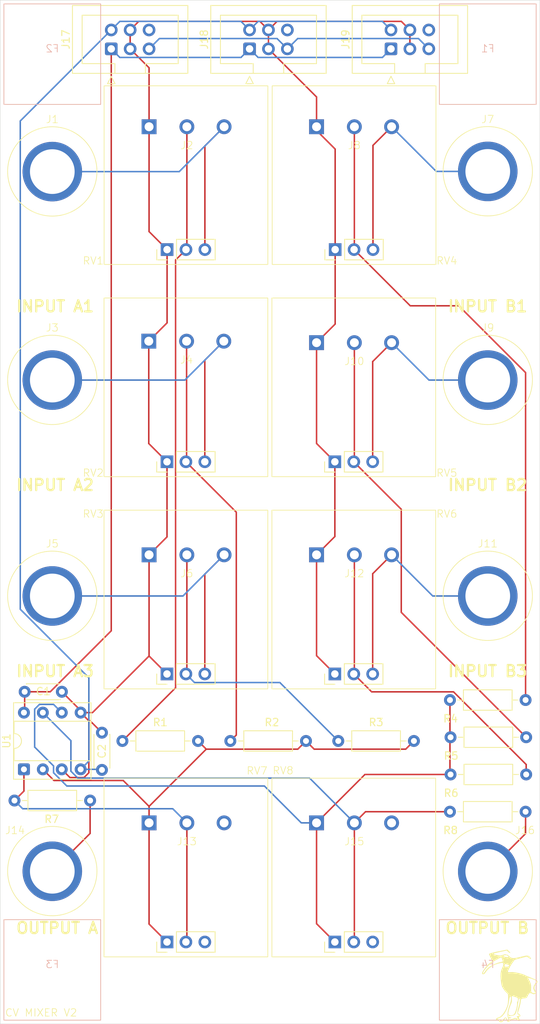
<source format=kicad_pcb>
(kicad_pcb (version 20241229) (generator "pcbnew") (generator_version "9.0")
  (layers (0 "F.Cu" signal) (2 "B.Cu" signal) (13 "F.Paste" user) (15 "B.Paste" user) (5 "F.SilkS" user "F.Silkscreen") (7 "B.SilkS" user "B.Silkscreen") (1 "F.Mask" user) (3 "B.Mask" user) (25 "Edge.Cuts" user))
  (net 0 "")
  (net 1 "Net-(J2-Pin_2)")
  (net 2 "Net-(J4-Pin_2)")
  (net 3 "Net-(J6-Pin_2)")
  (net 4 "Net-(J8-Pin_2)")
  (net 5 "Net-(J10-Pin_2)")
  (net 6 "Net-(J12-Pin_2)")
  (net 7 "Net-(J1-Pin_1)")
  (net 8 "GND")
  (net 9 "Net-(J3-Pin_1)")
  (net 10 "Net-(J5-Pin_1)")
  (net 11 "Net-(J7-Pin_1)")
  (net 12 "Net-(J10-Pin_3)")
  (net 13 "Net-(J11-Pin_1)")
  (net 14 "Net-(J13-Pin_1)")
  (net 15 "Net-(J13-Pin_2)")
  (net 17 "Net-(J14-Pin_1)")
  (net 18 "Net-(J15-Pin_1)")
  (net 19 "Net-(J15-Pin_2)")
  (net 21 "Net-(J16-Pin_1)")
  (net 22 "-12V")
  (net 23 "12V")
  (net 25 "5V")
  (footprint "Connector_IDC:IDC-Header_2x03_P2.54mm_Vertical" (layer "F.Cu") (at 83.5 20.04 90)
    (property "Reference" "J19" (at 1.27 -6.1 90) (layer "F.SilkS"))
    (property "Value" "Power")
    (pad "1" thru_hole roundrect (at 0 0 90) (size 1.7 1.7) (drill 1) (layers "*.Cu" "*.Mask") (roundrect_rratio 0.147059) (net 23 "12V"))
    (pad "2" thru_hole circle (at 2.54 0 90) (size 1.7 1.7) (drill 1) (layers "*.Cu" "*.Mask") (net 22 "-12V"))
    (pad "3" thru_hole circle (at 0 2.54 90) (size 1.7 1.7) (drill 1) (layers "*.Cu" "*.Mask") (net 8 "GND"))
    (pad "4" thru_hole circle (at 2.54 2.54 90) (size 1.7 1.7) (drill 1) (layers "*.Cu" "*.Mask") (net 8 "GND"))
    (pad "5" thru_hole circle (at 0 5.08 90) (size 1.7 1.7) (drill 1) (layers "*.Cu" "*.Mask") (net 25 "5V"))
    (pad "6" thru_hole circle (at 2.54 5.08 90) (size 1.7 1.7) (drill 1) (layers "*.Cu" "*.Mask"))
  )
  (footprint "Resistor_THT:R_Axial_DIN0207_L6.3mm_D2.5mm_P10.16mm_Horizontal" (layer "F.Cu") (at 101.66 117.5 180)
    (property "Reference" "R6" (at 10.08 -2.5 0) (layer "F.SilkS"))
    (property "Value" "100K")
    (pad "1" thru_hole circle (at 0 0 180) (size 1.6 1.6) (drill 0.8) (layers "*.Cu" "*.Mask") (net 6 "Net-(J12-Pin_2)"))
    (pad "2" thru_hole circle (at 10.16 0 180) (size 1.6 1.6) (drill 0.8) (layers "*.Cu" "*.Mask") (net 18 "Net-(J15-Pin_1)"))
  )
  (footprint "modular2:pot" (layer "F.Cu") (at 56.08 33.5)
    (property "Reference" "J2" (at 0 -0.5 0) (layer "F.SilkS") (effects (font (thickness 0.1))))
    (property "Value" "Pot")
    (pad "1" thru_hole rect (at -5.08 -3 90) (size 2 2) (drill 1.2) (layers "*.Cu" "*.Mask") (net 8 "GND"))
    (pad "2" thru_hole circle (at 0 -3 90) (size 2 2) (drill 1.2) (layers "*.Cu" "*.Mask") (net 1 "Net-(J2-Pin_2)"))
    (pad "3" thru_hole circle (at 5 -3 90) (size 2 2) (drill 1.2) (layers "*.Cu" "*.Mask") (net 7 "Net-(J1-Pin_1)"))
  )
  (footprint "modular2:ibis-small" (layer "F.Cu") (at 99.5 146)
    (property "Reference" "G***" (hide yes))
    (property "Value" "LOGO" (hide yes))
  )
  (footprint "modular2:banana-jack" (layer "F.Cu") (at 38 64.5)
    (property "Reference" "J3" (at 0 -7 0) (layer "F.SilkS") (effects (font (thickness 0.1))))
    (property "Value" "Input A2")
    (pad "1" thru_hole circle (at 0 0.024938) (size 8 8) (drill 6) (layers "*.Cu" "*.Mask") (net 9 "Net-(J3-Pin_1)"))
  )
  (footprint "modular2:pot" (layer "F.Cu") (at 78.58 62.5)
    (property "Reference" "J10" (at 0 -0.5 0) (layer "F.SilkS") (effects (font (thickness 0.1))))
    (property "Value" "Pot")
    (pad "1" thru_hole rect (at -5.08 -3 90) (size 2 2) (drill 1.2) (layers "*.Cu" "*.Mask") (net 8 "GND"))
    (pad "2" thru_hole circle (at 0 -3 90) (size 2 2) (drill 1.2) (layers "*.Cu" "*.Mask") (net 5 "Net-(J10-Pin_2)"))
    (pad "3" thru_hole circle (at 5 -3 90) (size 2 2) (drill 1.2) (layers "*.Cu" "*.Mask") (net 12 "Net-(J10-Pin_3)"))
  )
  (footprint "modular2:banana-jack" (layer "F.Cu") (at 38 36.5)
    (property "Reference" "J1" (at 0 -7 0) (layer "F.SilkS") (effects (font (thickness 0.1))))
    (property "Value" "Input A1")
    (pad "1" thru_hole circle (at 0 0.024938) (size 8 8) (drill 6) (layers "*.Cu" "*.Mask") (net 7 "Net-(J1-Pin_1)"))
  )
  (footprint "Resistor_THT:R_Axial_DIN0207_L6.3mm_D2.5mm_P10.16mm_Horizontal" (layer "F.Cu") (at 61.92 113)
    (property "Reference" "R2" (at 5.58 -2.5 0) (layer "F.SilkS"))
    (property "Value" "100K")
    (pad "1" thru_hole circle (at 0 0) (size 1.6 1.6) (drill 0.8) (layers "*.Cu" "*.Mask") (net 2 "Net-(J4-Pin_2)"))
    (pad "2" thru_hole circle (at 10.16 0) (size 1.6 1.6) (drill 0.8) (layers "*.Cu" "*.Mask") (net 14 "Net-(J13-Pin_1)"))
  )
  (footprint "Connector_IDC:IDC-Header_2x03_P2.54mm_Vertical" (layer "F.Cu") (at 45.92 20.04 90)
    (property "Reference" "J17" (at 1.27 -6.1 90) (layer "F.SilkS"))
    (property "Value" "Power")
    (pad "1" thru_hole roundrect (at 0 0 90) (size 1.7 1.7) (drill 1) (layers "*.Cu" "*.Mask") (roundrect_rratio 0.147059) (net 23 "12V"))
    (pad "2" thru_hole circle (at 2.54 0 90) (size 1.7 1.7) (drill 1) (layers "*.Cu" "*.Mask") (net 22 "-12V"))
    (pad "3" thru_hole circle (at 0 2.54 90) (size 1.7 1.7) (drill 1) (layers "*.Cu" "*.Mask") (net 8 "GND"))
    (pad "4" thru_hole circle (at 2.54 2.54 90) (size 1.7 1.7) (drill 1) (layers "*.Cu" "*.Mask") (net 8 "GND"))
    (pad "5" thru_hole circle (at 0 5.08 90) (size 1.7 1.7) (drill 1) (layers "*.Cu" "*.Mask") (net 25 "5V"))
    (pad "6" thru_hole circle (at 2.54 5.08 90) (size 1.7 1.7) (drill 1) (layers "*.Cu" "*.Mask"))
  )
  (footprint "modular2:pot" (layer "F.Cu") (at 56.08 91)
    (property "Reference" "J6" (at 0 -0.5 0) (layer "F.SilkS") (effects (font (thickness 0.1))))
    (property "Value" "Pot")
    (pad "1" thru_hole rect (at -5.08 -3 90) (size 2 2) (drill 1.2) (layers "*.Cu" "*.Mask") (net 8 "GND"))
    (pad "2" thru_hole circle (at 0 -3 90) (size 2 2) (drill 1.2) (layers "*.Cu" "*.Mask") (net 3 "Net-(J6-Pin_2)"))
    (pad "3" thru_hole circle (at 5 -3 90) (size 2 2) (drill 1.2) (layers "*.Cu" "*.Mask") (net 10 "Net-(J5-Pin_1)"))
  )
  (footprint "modular2:banana-jack" (layer "F.Cu") (at 38 130.475062)
    (property "Reference" "J14" (at -5 -5.475062 0) (layer "F.SilkS") (effects (font (thickness 0.1))))
    (property "Value" "Output A")
    (pad "1" thru_hole circle (at 0 0.024938) (size 8 8) (drill 6) (layers "*.Cu" "*.Mask") (net 17 "Net-(J14-Pin_1)"))
  )
  (footprint "Package_DIP:DIP-8_W7.62mm_Socket" (layer "F.Cu") (at 34.19 116.81 90)
    (property "Reference" "U1" (at 3.81 -2.33 90) (layer "F.SilkS"))
    (property "Value" "TL072")
    (pad "1" thru_hole roundrect (at 0 0 90) (size 1.6 1.6) (drill 0.8) (layers "*.Cu" "*.Mask") (roundrect_rratio 0.15625) (net 15 "Net-(J13-Pin_2)"))
    (pad "2" thru_hole circle (at 0 2.54 90) (size 1.6 1.6) (drill 0.8) (layers "*.Cu" "*.Mask") (net 14 "Net-(J13-Pin_1)"))
    (pad "3" thru_hole circle (at 0 5.08 90) (size 1.6 1.6) (drill 0.8) (layers "*.Cu" "*.Mask") (net 8 "GND"))
    (pad "4" thru_hole circle (at 0 7.62 90) (size 1.6 1.6) (drill 0.8) (layers "*.Cu" "*.Mask") (net 22 "-12V"))
    (pad "5" thru_hole circle (at 7.62 7.62 90) (size 1.6 1.6) (drill 0.8) (layers "*.Cu" "*.Mask") (net 8 "GND"))
    (pad "6" thru_hole circle (at 7.62 5.08 90) (size 1.6 1.6) (drill 0.8) (layers "*.Cu" "*.Mask") (net 18 "Net-(J15-Pin_1)"))
    (pad "7" thru_hole circle (at 7.62 2.54 90) (size 1.6 1.6) (drill 0.8) (layers "*.Cu" "*.Mask") (net 19 "Net-(J15-Pin_2)"))
    (pad "8" thru_hole circle (at 7.62 0 90) (size 1.6 1.6) (drill 0.8) (layers "*.Cu" "*.Mask") (net 23 "12V"))
  )
  (footprint "modular2:banana-jack" (layer "F.Cu") (at 96.5 64.5)
    (property "Reference" "J9" (at 0 -7 0) (layer "F.SilkS") (effects (font (thickness 0.1))))
    (property "Value" "Input B2")
    (pad "1" thru_hole circle (at 0 0.024938) (size 8 8) (drill 6) (layers "*.Cu" "*.Mask") (net 12 "Net-(J10-Pin_3)"))
  )
  (footprint "modular2:pot" (layer "F.Cu") (at 78.58 33.5)
    (property "Reference" "J8" (at 0 -0.5 0) (layer "F.SilkS") (effects (font (thickness 0.1))))
    (property "Value" "Pot")
    (pad "1" thru_hole rect (at -5.08 -3 90) (size 2 2) (drill 1.2) (layers "*.Cu" "*.Mask") (net 8 "GND"))
    (pad "2" thru_hole circle (at 0 -3 90) (size 2 2) (drill 1.2) (layers "*.Cu" "*.Mask") (net 4 "Net-(J8-Pin_2)"))
    (pad "3" thru_hole circle (at 5 -3 90) (size 2 2) (drill 1.2) (layers "*.Cu" "*.Mask") (net 11 "Net-(J7-Pin_1)"))
  )
  (footprint "modular2:pot-socket" (layer "F.Cu") (at 77.54 39)
    (property "Reference" "RV4" (at 13.46 9.5 0) (layer "F.SilkS") (effects (font (thickness 0.1))))
    (property "Value" "100K")
    (pad "" np_thru_hole circle (at -7.5 -11.5) (size 2.2 2.2) (drill 2.2) (layers "*.Cu" "*.Mask"))
    (pad "" np_thru_hole circle (at 9.55 -11.5) (size 2.2 2.2) (drill 2.2) (layers "*.Cu" "*.Mask"))
    (pad "1" thru_hole rect (at -1.54 8 90) (size 1.7 1.7) (drill 1) (layers "*.Cu" "*.Mask") (net 8 "GND"))
    (pad "2" thru_hole circle (at 1 8 90) (size 1.7 1.7) (drill 1) (layers "*.Cu" "*.Mask") (net 4 "Net-(J8-Pin_2)"))
    (pad "3" thru_hole circle (at 3.54 8 90) (size 1.7 1.7) (drill 1) (layers "*.Cu" "*.Mask") (net 11 "Net-(J7-Pin_1)"))
  )
  (footprint "modular2:pot" (layer "F.Cu") (at 56.04 62.3)
    (property "Reference" "J4" (at 0 -0.5 0) (layer "F.SilkS") (effects (font (thickness 0.1))))
    (property "Value" "Pot")
    (pad "1" thru_hole rect (at -5.08 -3 90) (size 2 2) (drill 1.2) (layers "*.Cu" "*.Mask") (net 8 "GND"))
    (pad "2" thru_hole circle (at 0 -3 90) (size 2 2) (drill 1.2) (layers "*.Cu" "*.Mask") (net 2 "Net-(J4-Pin_2)"))
    (pad "3" thru_hole circle (at 5 -3 90) (size 2 2) (drill 1.2) (layers "*.Cu" "*.Mask") (net 9 "Net-(J3-Pin_1)"))
  )
  (footprint "Capacitor_THT:C_Disc_D4.3mm_W1.9mm_P5.00mm" (layer "F.Cu") (at 44.669438 111.884473 -90)
    (property "Reference" "C2" (at 2.5 0 90) (layer "F.SilkS"))
    (property "Value" "100nF")
    (pad "1" thru_hole circle (at 0 0 270) (size 1.6 1.6) (drill 0.8) (layers "*.Cu" "*.Mask") (net 8 "GND"))
    (pad "2" thru_hole circle (at 5 0 270) (size 1.6 1.6) (drill 0.8) (layers "*.Cu" "*.Mask") (net 22 "-12V"))
  )
  (footprint "Capacitor_THT:C_Disc_D4.3mm_W1.9mm_P5.00mm" (layer "F.Cu") (at 39.286763 106.389681 180)
    (property "Reference" "C1" (at 2.5 0.05 0) (layer "F.SilkS"))
    (property "Value" "100nF")
    (pad "1" thru_hole circle (at 0 0 180) (size 1.6 1.6) (drill 0.8) (layers "*.Cu" "*.Mask") (net 8 "GND"))
    (pad "2" thru_hole circle (at 5 0 180) (size 1.6 1.6) (drill 0.8) (layers "*.Cu" "*.Mask") (net 23 "12V"))
  )
  (footprint "modular2:banana-jack" (layer "F.Cu") (at 38 93.5)
    (property "Reference" "J5" (at 0 -7 0) (layer "F.SilkS") (effects (font (thickness 0.1))))
    (property "Value" "Input A3")
    (pad "1" thru_hole circle (at 0 0.024938) (size 8 8) (drill 6) (layers "*.Cu" "*.Mask") (net 10 "Net-(J5-Pin_1)"))
  )
  (footprint "modular2:pot-socket" (layer "F.Cu") (at 54.95 96)
    (property "Reference" "RV3" (at -11.45 -13.5 0) (layer "F.SilkS") (effects (font (thickness 0.1))))
    (property "Value" "100K")
    (pad "" np_thru_hole circle (at -7.5 -11.5) (size 2.2 2.2) (drill 2.2) (layers "*.Cu" "*.Mask"))
    (pad "" np_thru_hole circle (at 9.55 -11.5) (size 2.2 2.2) (drill 2.2) (layers "*.Cu" "*.Mask"))
    (pad "1" thru_hole rect (at -1.54 8 90) (size 1.7 1.7) (drill 1) (layers "*.Cu" "*.Mask") (net 8 "GND"))
    (pad "2" thru_hole circle (at 1 8 90) (size 1.7 1.7) (drill 1) (layers "*.Cu" "*.Mask") (net 3 "Net-(J6-Pin_2)"))
    (pad "3" thru_hole circle (at 3.54 8 90) (size 1.7 1.7) (drill 1) (layers "*.Cu" "*.Mask") (net 10 "Net-(J5-Pin_1)"))
  )
  (footprint "modular2:pot-socket" (layer "F.Cu") (at 54.95 132)
    (property "Reference" "RV7" (at 10.55 -15 0) (layer "F.SilkS") (effects (font (thickness 0.1))))
    (property "Value" "100K")
    (pad "" np_thru_hole circle (at -7.5 -11.5) (size 2.2 2.2) (drill 2.2) (layers "*.Cu" "*.Mask"))
    (pad "" np_thru_hole circle (at 9.55 -11.5) (size 2.2 2.2) (drill 2.2) (layers "*.Cu" "*.Mask"))
    (pad "1" thru_hole rect (at -1.54 8 90) (size 1.7 1.7) (drill 1) (layers "*.Cu" "*.Mask") (net 14 "Net-(J13-Pin_1)"))
    (pad "2" thru_hole circle (at 1 8 90) (size 1.7 1.7) (drill 1) (layers "*.Cu" "*.Mask") (net 15 "Net-(J13-Pin_2)"))
    (pad "3" thru_hole circle (at 3.54 8 90) (size 1.7 1.7) (drill 1) (layers "*.Cu" "*.Mask"))
  )
  (footprint "modular2:pot-socket" (layer "F.Cu") (at 77.5 96)
    (property "Reference" "RV6" (at 13.5 -13.5 0) (layer "F.SilkS") (effects (font (thickness 0.1))))
    (property "Value" "100K")
    (pad "" np_thru_hole circle (at -7.5 -11.5) (size 2.2 2.2) (drill 2.2) (layers "*.Cu" "*.Mask"))
    (pad "" np_thru_hole circle (at 9.55 -11.5) (size 2.2 2.2) (drill 2.2) (layers "*.Cu" "*.Mask"))
    (pad "1" thru_hole rect (at -1.54 8 90) (size 1.7 1.7) (drill 1) (layers "*.Cu" "*.Mask") (net 8 "GND"))
    (pad "2" thru_hole circle (at 1 8 90) (size 1.7 1.7) (drill 1) (layers "*.Cu" "*.Mask") (net 6 "Net-(J12-Pin_2)"))
    (pad "3" thru_hole circle (at 3.54 8 90) (size 1.7 1.7) (drill 1) (layers "*.Cu" "*.Mask") (net 13 "Net-(J11-Pin_1)"))
  )
  (footprint "modular2:pot" (layer "F.Cu") (at 56.08 127)
    (property "Reference" "J13" (at 0 -0.5 0) (layer "F.SilkS") (effects (font (thickness 0.1))))
    (property "Value" "Pot")
    (pad "1" thru_hole rect (at -5.08 -3 90) (size 2 2) (drill 1.2) (layers "*.Cu" "*.Mask") (net 14 "Net-(J13-Pin_1)"))
    (pad "2" thru_hole circle (at 0 -3 90) (size 2 2) (drill 1.2) (layers "*.Cu" "*.Mask") (net 15 "Net-(J13-Pin_2)"))
    (pad "3" thru_hole circle (at 5 -3 90) (size 2 2) (drill 1.2) (layers "*.Cu" "*.Mask"))
  )
  (footprint "Resistor_THT:R_Axial_DIN0207_L6.3mm_D2.5mm_P10.16mm_Horizontal" (layer "F.Cu") (at 76.42 113)
    (property "Reference" "R3" (at 5.08 -2.5 0) (layer "F.SilkS"))
    (property "Value" "100K")
    (pad "1" thru_hole circle (at 0 0) (size 1.6 1.6) (drill 0.8) (layers "*.Cu" "*.Mask") (net 3 "Net-(J6-Pin_2)"))
    (pad "2" thru_hole circle (at 10.16 0) (size 1.6 1.6) (drill 0.8) (layers "*.Cu" "*.Mask") (net 14 "Net-(J13-Pin_1)"))
  )
  (footprint "Resistor_THT:R_Axial_DIN0207_L6.3mm_D2.5mm_P10.16mm_Horizontal" (layer "F.Cu") (at 101.66 112.5 180)
    (property "Reference" "R5" (at 10.08 -2.5 0) (layer "F.SilkS"))
    (property "Value" "100K")
    (pad "1" thru_hole circle (at 0 0 180) (size 1.6 1.6) (drill 0.8) (layers "*.Cu" "*.Mask") (net 5 "Net-(J10-Pin_2)"))
    (pad "2" thru_hole circle (at 10.16 0 180) (size 1.6 1.6) (drill 0.8) (layers "*.Cu" "*.Mask") (net 18 "Net-(J15-Pin_1)"))
  )
  (footprint "Connector_IDC:IDC-Header_2x03_P2.54mm_Vertical" (layer "F.Cu") (at 64.5 20.04 90)
    (property "Reference" "J18" (at 1.27 -6.1 90) (layer "F.SilkS"))
    (property "Value" "Power")
    (pad "1" thru_hole roundrect (at 0 0 90) (size 1.7 1.7) (drill 1) (layers "*.Cu" "*.Mask") (roundrect_rratio 0.147059) (net 23 "12V"))
    (pad "2" thru_hole circle (at 2.54 0 90) (size 1.7 1.7) (drill 1) (layers "*.Cu" "*.Mask") (net 22 "-12V"))
    (pad "3" thru_hole circle (at 0 2.54 90) (size 1.7 1.7) (drill 1) (layers "*.Cu" "*.Mask") (net 8 "GND"))
    (pad "4" thru_hole circle (at 2.54 2.54 90) (size 1.7 1.7) (drill 1) (layers "*.Cu" "*.Mask") (net 8 "GND"))
    (pad "5" thru_hole circle (at 0 5.08 90) (size 1.7 1.7) (drill 1) (layers "*.Cu" "*.Mask") (net 25 "5V"))
    (pad "6" thru_hole circle (at 2.54 5.08 90) (size 1.7 1.7) (drill 1) (layers "*.Cu" "*.Mask"))
  )
  (footprint "modular2:pot" (layer "F.Cu") (at 78.58 91)
    (property "Reference" "J12" (at 0 -0.5 0) (layer "F.SilkS") (effects (font (thickness 0.1))))
    (property "Value" "Pot")
    (pad "1" thru_hole rect (at -5.08 -3 90) (size 2 2) (drill 1.2) (layers "*.Cu" "*.Mask") (net 8 "GND"))
    (pad "2" thru_hole circle (at 0 -3 90) (size 2 2) (drill 1.2) (layers "*.Cu" "*.Mask") (net 6 "Net-(J12-Pin_2)"))
    (pad "3" thru_hole circle (at 5 -3 90) (size 2 2) (drill 1.2) (layers "*.Cu" "*.Mask") (net 13 "Net-(J11-Pin_1)"))
  )
  (footprint "Resistor_THT:R_Axial_DIN0207_L6.3mm_D2.5mm_P10.16mm_Horizontal" (layer "F.Cu") (at 32.92 121)
    (property "Reference" "R7" (at 5 2.5 0) (layer "F.SilkS"))
    (property "Value" "1K")
    (pad "1" thru_hole circle (at 0 0) (size 1.6 1.6) (drill 0.8) (layers "*.Cu" "*.Mask") (net 15 "Net-(J13-Pin_2)"))
    (pad "2" thru_hole circle (at 10.16 0) (size 1.6 1.6) (drill 0.8) (layers "*.Cu" "*.Mask") (net 17 "Net-(J14-Pin_1)"))
  )
  (footprint "modular2:banana-jack" (layer "F.Cu") (at 96.5 93.5)
    (property "Reference" "J11" (at 0 -7 0) (layer "F.SilkS") (effects (font (thickness 0.1))))
    (property "Value" "Input B3")
    (pad "1" thru_hole circle (at 0 0.024938) (size 8 8) (drill 6) (layers "*.Cu" "*.Mask") (net 13 "Net-(J11-Pin_1)"))
  )
  (footprint "modular2:banana-jack" (layer "F.Cu") (at 96.5 130.5)
    (property "Reference" "J16" (at 5 -5.5 0) (layer "F.SilkS") (effects (font (thickness 0.1))))
    (property "Value" "Output B")
    (pad "1" thru_hole circle (at 0 0.024938) (size 8 8) (drill 6) (layers "*.Cu" "*.Mask") (net 21 "Net-(J16-Pin_1)"))
  )
  (footprint "modular2:banana-jack" (layer "F.Cu") (at 96.5 36.475062)
    (property "Reference" "J7" (at 0 -6.975062 0) (layer "F.SilkS") (effects (font (thickness 0.1))))
    (property "Value" "Input B1")
    (pad "1" thru_hole circle (at 0 0.024938) (size 8 8) (drill 6) (layers "*.Cu" "*.Mask") (net 11 "Net-(J7-Pin_1)"))
  )
  (footprint "modular2:pot" (layer "F.Cu") (at 78.58 127)
    (property "Reference" "J15" (at 0 -0.5 0) (layer "F.SilkS") (effects (font (thickness 0.1))))
    (property "Value" "Pot")
    (pad "1" thru_hole rect (at -5.08 -3 90) (size 2 2) (drill 1.2) (layers "*.Cu" "*.Mask") (net 18 "Net-(J15-Pin_1)"))
    (pad "2" thru_hole circle (at 0 -3 90) (size 2 2) (drill 1.2) (layers "*.Cu" "*.Mask") (net 19 "Net-(J15-Pin_2)"))
    (pad "3" thru_hole circle (at 5 -3 90) (size 2 2) (drill 1.2) (layers "*.Cu" "*.Mask"))
  )
  (footprint "modular2:pot-socket" (layer "F.Cu") (at 54.96 39)
    (property "Reference" "RV1" (at -11.46 9.5 0) (layer "F.SilkS") (effects (font (thickness 0.1))))
    (property "Value" "100K")
    (pad "" np_thru_hole circle (at -7.5 -11.5) (size 2.2 2.2) (drill 2.2) (layers "*.Cu" "*.Mask"))
    (pad "" np_thru_hole circle (at 9.55 -11.5) (size 2.2 2.2) (drill 2.2) (layers "*.Cu" "*.Mask"))
    (pad "1" thru_hole rect (at -1.54 8 90) (size 1.7 1.7) (drill 1) (layers "*.Cu" "*.Mask") (net 8 "GND"))
    (pad "2" thru_hole circle (at 1 8 90) (size 1.7 1.7) (drill 1) (layers "*.Cu" "*.Mask") (net 1 "Net-(J2-Pin_2)"))
    (pad "3" thru_hole circle (at 3.54 8 90) (size 1.7 1.7) (drill 1) (layers "*.Cu" "*.Mask") (net 7 "Net-(J1-Pin_1)"))
  )
  (footprint "modular2:pot-socket" (layer "F.Cu") (at 77.5 67.5)
    (property "Reference" "RV5" (at 13.5 9.5 0) (layer "F.SilkS") (effects (font (thickness 0.1))))
    (property "Value" "100K")
    (pad "" np_thru_hole circle (at -7.5 -11.5) (size 2.2 2.2) (drill 2.2) (layers "*.Cu" "*.Mask"))
    (pad "" np_thru_hole circle (at 9.55 -11.5) (size 2.2 2.2) (drill 2.2) (layers "*.Cu" "*.Mask"))
    (pad "1" thru_hole rect (at -1.54 8 90) (size 1.7 1.7) (drill 1) (layers "*.Cu" "*.Mask") (net 8 "GND"))
    (pad "2" thru_hole circle (at 1 8 90) (size 1.7 1.7) (drill 1) (layers "*.Cu" "*.Mask") (net 5 "Net-(J10-Pin_2)"))
    (pad "3" thru_hole circle (at 3.54 8 90) (size 1.7 1.7) (drill 1) (layers "*.Cu" "*.Mask") (net 12 "Net-(J10-Pin_3)"))
  )
  (footprint "Resistor_THT:R_Axial_DIN0207_L6.3mm_D2.5mm_P10.16mm_Horizontal" (layer "F.Cu") (at 47.42 113)
    (property "Reference" "R1" (at 5.08 -2.5 0) (layer "F.SilkS"))
    (property "Value" "100K")
    (pad "1" thru_hole circle (at 0 0) (size 1.6 1.6) (drill 0.8) (layers "*.Cu" "*.Mask") (net 1 "Net-(J2-Pin_2)"))
    (pad "2" thru_hole circle (at 10.16 0) (size 1.6 1.6) (drill 0.8) (layers "*.Cu" "*.Mask") (net 14 "Net-(J13-Pin_1)"))
  )
  (footprint "modular2:pot-socket" (layer "F.Cu") (at 54.95 67.5)
    (property "Reference" "RV2" (at -11.45 9.5 0) (layer "F.SilkS") (effects (font (thickness 0.1))))
    (property "Value" "100K")
    (pad "" np_thru_hole circle (at -7.5 -11.5) (size 2.2 2.2) (drill 2.2) (layers "*.Cu" "*.Mask"))
    (pad "" np_thru_hole circle (at 9.55 -11.5) (size 2.2 2.2) (drill 2.2) (layers "*.Cu" "*.Mask"))
    (pad "1" thru_hole rect (at -1.54 8 90) (size 1.7 1.7) (drill 1) (layers "*.Cu" "*.Mask") (net 8 "GND"))
    (pad "2" thru_hole circle (at 1 8 90) (size 1.7 1.7) (drill 1) (layers "*.Cu" "*.Mask") (net 2 "Net-(J4-Pin_2)"))
    (pad "3" thru_hole circle (at 3.54 8 90) (size 1.7 1.7) (drill 1) (layers "*.Cu" "*.Mask") (net 9 "Net-(J3-Pin_1)"))
  )
  (footprint "Resistor_THT:R_Axial_DIN0207_L6.3mm_D2.5mm_P10.16mm_Horizontal" (layer "F.Cu") (at 91.42 122.5)
    (property "Reference" "R8" (at 0.08 2.5 0) (layer "F.SilkS"))
    (property "Value" "1K")
    (pad "1" thru_hole circle (at 0 0) (size 1.6 1.6) (drill 0.8) (layers "*.Cu" "*.Mask") (net 19 "Net-(J15-Pin_2)"))
    (pad "2" thru_hole circle (at 10.16 0) (size 1.6 1.6) (drill 0.8) (layers "*.Cu" "*.Mask") (net 21 "Net-(J16-Pin_1)"))
  )
  (footprint "modular2:pot-socket" (layer "F.Cu") (at 77.5 132)
    (property "Reference" "RV8" (at -8.5 -15.024938 0) (layer "F.SilkS") (effects (font (thickness 0.1))))
    (property "Value" "100K")
    (pad "" np_thru_hole circle (at -7.5 -11.5) (size 2.2 2.2) (drill 2.2) (layers "*.Cu" "*.Mask"))
    (pad "" np_thru_hole circle (at 9.55 -11.5) (size 2.2 2.2) (drill 2.2) (layers "*.Cu" "*.Mask"))
    (pad "1" thru_hole rect (at -1.54 8 90) (size 1.7 1.7) (drill 1) (layers "*.Cu" "*.Mask") (net 18 "Net-(J15-Pin_1)"))
    (pad "2" thru_hole circle (at 1 8 90) (size 1.7 1.7) (drill 1) (layers "*.Cu" "*.Mask") (net 19 "Net-(J15-Pin_2)"))
    (pad "3" thru_hole circle (at 3.54 8 90) (size 1.7 1.7) (drill 1) (layers "*.Cu" "*.Mask"))
  )
  (footprint "Resistor_THT:R_Axial_DIN0207_L6.3mm_D2.5mm_P10.16mm_Horizontal" (layer "F.Cu") (at 101.58 107.5 180)
    (property "Reference" "R4" (at 10.08 -2.5 0) (layer "F.SilkS"))
    (property "Value" "100K")
    (pad "1" thru_hole circle (at 0 0 180) (size 1.6 1.6) (drill 0.8) (layers "*.Cu" "*.Mask") (net 4 "Net-(J8-Pin_2)"))
    (pad "2" thru_hole circle (at 10.16 0 180) (size 1.6 1.6) (drill 0.8) (layers "*.Cu" "*.Mask") (net 18 "Net-(J15-Pin_1)"))
  )
  (footprint "modular2:foot" (layer "B.Cu") (at 96.5 20.5 180)
    (property "Reference" "F1" (at 0 0.5 0) (layer "B.SilkS") (effects (font (thickness 0.1)) (justify mirror)))
    (property "Value" "foot")
  )
  (footprint "modular2:foot" (layer "B.Cu") (at 38 143.5 180)
    (property "Reference" "F3" (at 0 0.5 0) (layer "B.SilkS") (effects (font (thickness 0.1)) (justify mirror)))
    (property "Value" "foot")
  )
  (footprint "modular2:foot" (layer "B.Cu") (at 38 20.5 180)
    (property "Reference" "F2" (at 0 0.5 0) (layer "B.SilkS") (effects (font (thickness 0.1)) (justify mirror)))
    (property "Value" "foot")
  )
  (footprint "modular2:foot" (layer "B.Cu") (at 96.5 143.5 180)
    (property "Reference" "F4" (at 0 0.5 0) (layer "B.SilkS") (effects (font (thickness 0.1)) (justify mirror)))
    (property "Value" "foot")
  )
  (gr_rect (start 31 13.5) (end 103.5 151) (stroke (width 0.05)) (fill no) (layer "Edge.Cuts"))
  (gr_text "INPUT A3" (at 33 104.5 0) (layer "F.SilkS") (effects (font (size 1.5 1.5) (thickness 0.3) (bold yes)) (justify left bottom)))
  (gr_text "INPUT A2" (at 33 79.5 0) (layer "F.SilkS") (effects (font (size 1.5 1.5) (thickness 0.3) (bold yes)) (justify left bottom)))
  (gr_text "CV MIXER V2" (at 36.5 149.5 0) (layer "F.SilkS") (effects (font (size 1 1) (thickness 0.1))))
  (gr_text "OUTPUT A" (at 33 139 0) (layer "F.SilkS") (effects (font (size 1.5 1.5) (thickness 0.3) (bold yes)) (justify left bottom)))
  (gr_text "INPUT B1" (at 91 55.5 0) (layer "F.SilkS") (effects (font (size 1.5 1.5) (thickness 0.3) (bold yes)) (justify left bottom)))
  (gr_text "OUTPUT B" (at 90.66 139 0) (layer "F.SilkS") (effects (font (size 1.5 1.5) (thickness 0.3) (bold yes)) (justify left bottom)))
  (gr_text "INPUT B3" (at 91 104.5 0) (layer "F.SilkS") (effects (font (size 1.5 1.5) (thickness 0.3) (bold yes)) (justify left bottom)))
  (gr_text "INPUT B2" (at 91 79.5 0) (layer "F.SilkS") (effects (font (size 1.5 1.5) (thickness 0.3) (bold yes)) (justify left bottom)))
  (gr_text "INPUT A1" (at 33 55.5 0) (layer "F.SilkS") (effects (font (size 1.5 1.5) (thickness 0.3) (bold yes)) (justify left bottom)))
  (segment (start 54.561 48.399) (end 55.96 47) (width 0.2) (layer "F.Cu") (net 1))
  (segment (start 56.08 46.88) (end 55.96 47) (width 0.2) (layer "F.Cu") (net 1))
  (segment (start 54.561 105.859) (end 54.561 48.399) (width 0.2) (layer "F.Cu") (net 1))
  (segment (start 56.08 30.5) (end 56.08 46.88) (width 0.2) (layer "F.Cu") (net 1))
  (segment (start 47.42 113) (end 54.561 105.859) (width 0.2) (layer "F.Cu") (net 1))
  (segment (start 56.04 75.41) (end 55.95 75.5) (width 0.2) (layer "F.Cu") (net 2))
  (segment (start 56.04 59.3) (end 56.04 75.41) (width 0.2) (layer "F.Cu") (net 2))
  (segment (start 62.719999 112.200001) (end 62.719999 82.269999) (width 0.2) (layer "F.Cu") (net 2))
  (segment (start 62.719999 82.269999) (end 55.95 75.5) (width 0.2) (layer "F.Cu") (net 2))
  (segment (start 61.92 113) (end 62.719999 112.200001) (width 0.2) (layer "F.Cu") (net 2))
  (segment (start 56.08 103.87) (end 55.95 104) (width 0.2) (layer "F.Cu") (net 3))
  (segment (start 56.08 88) (end 56.08 103.87) (width 0.2) (layer "F.Cu") (net 3))
  (segment (start 68.571 105.151) (end 76.42 113) (width 0.2) (layer "B.Cu") (net 3))
  (segment (start 55.95 104) (end 57.101 105.151) (width 0.2) (layer "B.Cu") (net 3))
  (segment (start 57.101 105.151) (end 68.571 105.151) (width 0.2) (layer "B.Cu") (net 3))
  (segment (start 78.58 46.96) (end 78.54 47) (width 0.2) (layer "F.Cu") (net 4))
  (segment (start 78.58 30.5) (end 78.58 46.96) (width 0.2) (layer "F.Cu") (net 4))
  (segment (start 78.54 47) (end 86.089 54.549) (width 0.2) (layer "F.Cu") (net 4))
  (segment (start 101.58 63.522405) (end 101.58 107.5) (width 0.2) (layer "F.Cu") (net 4))
  (segment (start 92.606595 54.549) (end 101.58 63.522405) (width 0.2) (layer "F.Cu") (net 4))
  (segment (start 86.089 54.549) (end 92.606595 54.549) (width 0.2) (layer "F.Cu") (net 4))
  (segment (start 84.881 81.881) (end 84.881 95.721) (width 0.2) (layer "F.Cu") (net 5))
  (segment (start 78.58 75.42) (end 78.5 75.5) (width 0.2) (layer "F.Cu") (net 5))
  (segment (start 84.881 95.721) (end 101.66 112.5) (width 0.2) (layer "F.Cu") (net 5))
  (segment (start 78.58 59.5) (end 78.58 75.42) (width 0.2) (layer "F.Cu") (net 5))
  (segment (start 78.5 75.5) (end 84.881 81.881) (width 0.2) (layer "F.Cu") (net 5))
  (segment (start 101.66 116.16) (end 101.66 117.5) (width 0.2) (layer "F.Cu") (net 6))
  (segment (start 78.58 103.92) (end 78.5 104) (width 0.2) (layer "F.Cu") (net 6))
  (segment (start 91.899 106.399) (end 101.66 116.16) (width 0.2) (layer "F.Cu") (net 6))
  (segment (start 80.899 106.399) (end 91.899 106.399) (width 0.2) (layer "F.Cu") (net 6))
  (segment (start 78.5 104) (end 80.899 106.399) (width 0.2) (layer "F.Cu") (net 6))
  (segment (start 78.58 88) (end 78.58 103.92) (width 0.2) (layer "F.Cu") (net 6))
  (segment (start 58.5 33.08) (end 58.5 47) (width 0.2) (layer "F.Cu") (net 7))
  (segment (start 61.08 30.5) (end 58.5 33.08) (width 0.2) (layer "F.Cu") (net 7))
  (segment (start 55.055062 36.524938) (end 38 36.524938) (width 0.2) (layer "B.Cu") (net 7))
  (segment (start 61.08 30.5) (end 55.055062 36.524938) (width 0.2) (layer "B.Cu") (net 7))
  (segment (start 76 33.5) (end 76 47) (width 0.2) (layer "F.Cu") (net 8))
  (segment (start 73.5 26.5) (end 73.5 30.5) (width 0.2) (layer "F.Cu") (net 8))
  (segment (start 44.669438 111.884473) (end 43.075965 110.291) (width 0.2) (layer "F.Cu") (net 8))
  (segment (start 73.5 31) (end 76 33.5) (width 0.2) (layer "F.Cu") (net 8))
  (segment (start 51 88) (end 51 101.59) (width 0.2) (layer "F.Cu") (net 8))
  (segment (start 76 57) (end 73.5 59.5) (width 0.2) (layer "F.Cu") (net 8))
  (segment (start 48.46 20.04) (end 51 22.58) (width 0.2) (layer "F.Cu") (net 8))
  (segment (start 41.81 109.19) (end 42.911 110.291) (width 0.2) (layer "F.Cu") (net 8))
  (segment (start 51 22.58) (end 51 30.5) (width 0.2) (layer "F.Cu") (net 8))
  (segment (start 75.96 85.54) (end 73.5 88) (width 0.2) (layer "F.Cu") (net 8))
  (segment (start 73.5 59.5) (end 73.5 73.04) (width 0.2) (layer "F.Cu") (net 8))
  (segment (start 73.5 73.04) (end 75.96 75.5) (width 0.2) (layer "F.Cu") (net 8))
  (segment (start 53.41 85.59) (end 51 88) (width 0.2) (layer "F.Cu") (net 8))
  (segment (start 65.889 16.349) (end 67.04 17.5) (width 0.2) (layer "F.Cu") (net 8))
  (segment (start 73.5 101.54) (end 75.96 104) (width 0.2) (layer "F.Cu") (net 8))
  (segment (start 75.96 75.5) (end 75.96 85.54) (width 0.2) (layer "F.Cu") (net 8))
  (segment (start 43.075965 110.291) (end 42.911 110.291) (width 0.2) (layer "F.Cu") (net 8))
  (segment (start 68.191 16.349) (end 84.889 16.349) (width 0.2) (layer "F.Cu") (net 8))
  (segment (start 48.46 17.5) (end 48.46 20.04) (width 0.2) (layer "F.Cu") (net 8))
  (segment (start 48.46 17.5) (end 49.611 16.349) (width 0.2) (layer "F.Cu") (net 8))
  (segment (start 73.5 30.5) (end 73.5 31) (width 0.2) (layer "F.Cu") (net 8))
  (segment (start 50.96 73.05) (end 53.41 75.5) (width 0.2) (layer "F.Cu") (net 8))
  (segment (start 73.5 88) (end 73.5 101.54) (width 0.2) (layer "F.Cu") (net 8))
  (segment (start 53.41 75.5) (end 53.41 85.59) (width 0.2) (layer "F.Cu") (net 8))
  (segment (start 67.04 20.04) (end 73.5 26.5) (width 0.2) (layer "F.Cu") (net 8))
  (segment (start 67.04 17.5) (end 67.04 20.04) (width 0.2) (layer "F.Cu") (net 8))
  (segment (start 42.911 117.26605) (end 42.26605 117.911) (width 0.2) (layer "F.Cu") (net 8))
  (segment (start 67.04 17.5) (end 68.191 16.349) (width 0.2) (layer "F.Cu") (net 8))
  (segment (start 41.81 108.912918) (end 41.81 109.19) (width 0.2) (layer "F.Cu") (net 8))
  (segment (start 51 30.5) (end 51 44.58) (width 0.2) (layer "F.Cu") (net 8))
  (segment (start 76 47) (end 76 57) (width 0.2) (layer "F.Cu") (net 8))
  (segment (start 42.26605 117.911) (end 40.371 117.911) (width 0.2) (layer "F.Cu") (net 8))
  (segment (start 40.371 117.911) (end 39.27 116.81) (width 0.2) (layer "F.Cu") (net 8))
  (segment (start 43.4 109.19) (end 51 101.59) (width 0.2) (layer "F.Cu") (net 8))
  (segment (start 86.04 17.5) (end 86.04 20.04) (width 0.2) (layer "F.Cu") (net 8))
  (segment (start 53.42 56.84) (end 50.96 59.3) (width 0.2) (layer "F.Cu") (net 8))
  (segment (start 84.889 16.349) (end 86.04 17.5) (width 0.2) (layer "F.Cu") (net 8))
  (segment (start 50.96 59.3) (end 50.96 73.05) (width 0.2) (layer "F.Cu") (net 8))
  (segment (start 51 101.59) (end 53.41 104) (width 0.2) (layer "F.Cu") (net 8))
  (segment (start 42.911 110.291) (end 42.911 117.26605) (width 0.2) (layer "F.Cu") (net 8))
  (segment (start 53.42 47) (end 53.42 56.84) (width 0.2) (layer "F.Cu") (net 8))
  (segment (start 39.286763 106.389681) (end 41.81 108.912918) (width 0.2) (layer "F.Cu") (net 8))
  (segment (start 49.611 16.349) (end 65.889 16.349) (width 0.2) (layer "F.Cu") (net 8))
  (segment (start 51 44.58) (end 53.42 47) (width 0.2) (layer "F.Cu") (net 8))
  (segment (start 41.81 109.19) (end 43.4 109.19) (width 0.2) (layer "F.Cu") (net 8))
  (segment (start 58.49 61.85) (end 58.49 75.5) (width 0.2) (layer "F.Cu") (net 9))
  (segment (start 61.04 59.3) (end 58.49 61.85) (width 0.2) (layer "F.Cu") (net 9))
  (segment (start 61.04 59.3) (end 55.815062 64.524938) (width 0.2) (layer "B.Cu") (net 9))
  (segment (start 55.815062 64.524938) (end 38 64.524938) (width 0.2) (layer "B.Cu") (net 9))
  (segment (start 58.49 90.59) (end 58.49 104) (width 0.2) (layer "F.Cu") (net 10))
  (segment (start 61.08 88) (end 58.49 90.59) (width 0.2) (layer "F.Cu") (net 10))
  (segment (start 55.555062 93.524938) (end 38 93.524938) (width 0.2) (layer "B.Cu") (net 10))
  (segment (start 61.08 88) (end 55.555062 93.524938) (width 0.2) (layer "B.Cu") (net 10))
  (segment (start 83.58 30.5) (end 81.08 33) (width 0.2) (layer "F.Cu") (net 11))
  (segment (start 81.08 33) (end 81.08 47) (width 0.2) (layer "F.Cu") (net 11))
  (segment (start 89.58 36.5) (end 96.5 36.5) (width 0.2) (layer "B.Cu") (net 11))
  (segment (start 83.58 30.5) (end 89.58 36.5) (width 0.2) (layer "B.Cu") (net 11))
  (segment (start 83.58 59.5) (end 81.04 62.04) (width 0.2) (layer "F.Cu") (net 12))
  (segment (start 81.04 62.04) (end 81.04 75.5) (width 0.2) (layer "F.Cu") (net 12))
  (segment (start 88.604938 64.524938) (end 96.5 64.524938) (width 0.2) (layer "B.Cu") (net 12))
  (segment (start 83.58 59.5) (end 88.604938 64.524938) (width 0.2) (layer "B.Cu") (net 12))
  (segment (start 81.04 90.54) (end 81.04 104) (width 0.2) (layer "F.Cu") (net 13))
  (segment (start 83.58 88) (end 81.04 90.54) (width 0.2) (layer "F.Cu") (net 13))
  (segment (start 83.58 88) (end 89.104938 93.524938) (width 0.2) (layer "B.Cu") (net 13))
  (segment (start 89.104938 93.524938) (end 96.5 93.524938) (width 0.2) (layer "B.Cu") (net 13))
  (segment (start 51 124) (end 51 137.59) (width 0.2) (layer "F.Cu") (net 14))
  (segment (start 51 121.782) (end 58.681 114.101) (width 0.2) (layer "F.Cu") (net 14))
  (segment (start 58.681 114.101) (end 70.979 114.101) (width 0.2) (layer "F.Cu") (net 14))
  (segment (start 72.08 113) (end 73.181 114.101) (width 0.2) (layer "F.Cu") (net 14))
  (segment (start 70.979 114.101) (end 72.08 113) (width 0.2) (layer "F.Cu") (net 14))
  (segment (start 85.479 114.101) (end 86.58 113) (width 0.2) (layer "F.Cu") (net 14))
  (segment (start 47.53 118.312) (end 51 121.782) (width 0.2) (layer "F.Cu") (net 14))
  (segment (start 51 137.59) (end 53.41 140) (width 0.2) (layer "F.Cu") (net 14))
  (segment (start 36.73 116.81) (end 38.232 118.312) (width 0.2) (layer "F.Cu") (net 14))
  (segment (start 51 124) (end 51 121.782) (width 0.2) (layer "F.Cu") (net 14))
  (segment (start 38.232 118.312) (end 47.53 118.312) (width 0.2) (layer "F.Cu") (net 14))
  (segment (start 73.181 114.101) (end 85.479 114.101) (width 0.2) (layer "F.Cu") (net 14))
  (segment (start 57.58 113) (end 58.681 114.101) (width 0.2) (layer "F.Cu") (net 14))
  (segment (start 56.08 139.87) (end 55.95 140) (width 0.2) (layer "F.Cu") (net 15))
  (segment (start 56.08 124) (end 56.08 139.87) (width 0.2) (layer "F.Cu") (net 15))
  (segment (start 34.19 119.73) (end 32.92 121) (width 0.2) (layer "F.Cu") (net 15))
  (segment (start 34.19 116.81) (end 34.19 119.73) (width 0.2) (layer "F.Cu") (net 15))
  (segment (start 34.021 122.101) (end 54.181 122.101) (width 0.2) (layer "B.Cu") (net 15))
  (segment (start 32.92 121) (end 34.021 122.101) (width 0.2) (layer "B.Cu") (net 15))
  (segment (start 54.181 122.101) (end 56.08 124) (width 0.2) (layer "B.Cu") (net 15))
  (segment (start 43.08 121) (end 43.08 125.42) (width 0.2) (layer "F.Cu") (net 17))
  (segment (start 43.08 125.42) (end 38 130.5) (width 0.2) (layer "F.Cu") (net 17))
  (segment (start 91.42 107.5) (end 91.42 117.42) (width 0.2) (layer "F.Cu") (net 18))
  (segment (start 73.5 124) (end 73.5 137.54) (width 0.2) (layer "F.Cu") (net 18))
  (segment (start 91.5 117.5) (end 80 117.5) (width 0.2) (layer "F.Cu") (net 18))
  (segment (start 91.42 117.42) (end 91.5 117.5) (width 0.2) (layer "F.Cu") (net 18))
  (segment (start 80 117.5) (end 73.5 124) (width 0.2) (layer "F.Cu") (net 18))
  (segment (start 73.5 137.54) (end 75.96 140) (width 0.2) (layer "F.Cu") (net 18))
  (segment (start 39.95195 119.049) (end 66.496976 119.049) (width 0.2) (layer "B.Cu") (net 18))
  (segment (start 35.629 108.73395) (end 35.629 113.81395) (width 0.2) (layer "B.Cu") (net 18))
  (segment (start 35.629 113.81395) (end 38.169 116.35395) (width 0.2) (layer "B.Cu") (net 18))
  (segment (start 38.169 117.26605) (end 39.95195 119.049) (width 0.2) (layer "B.Cu") (net 18))
  (segment (start 36.27395 108.089) (end 35.629 108.73395) (width 0.2) (layer "B.Cu") (net 18))
  (segment (start 39.27 109.19) (end 38.169 108.089) (width 0.2) (layer "B.Cu") (net 18))
  (segment (start 71.447976 124) (end 73.5 124) (width 0.2) (layer "B.Cu") (net 18))
  (segment (start 38.169 108.089) (end 36.27395 108.089) (width 0.2) (layer "B.Cu") (net 18))
  (segment (start 38.169 116.35395) (end 38.169 117.26605) (width 0.2) (layer "B.Cu") (net 18))
  (segment (start 66.496976 119.049) (end 71.447976 124) (width 0.2) (layer "B.Cu") (net 18))
  (segment (start 78.58 124) (end 78.58 139.92) (width 0.2) (layer "F.Cu") (net 19))
  (segment (start 78.58 139.92) (end 78.5 140) (width 0.2) (layer "F.Cu") (net 19))
  (segment (start 80.08 122.5) (end 91.42 122.5) (width 0.2) (layer "F.Cu") (net 19))
  (segment (start 78.58 124) (end 80.08 122.5) (width 0.2) (layer "F.Cu") (net 19))
  (segment (start 72.565473 117.985473) (end 41.428423 117.985473) (width 0.2) (layer "B.Cu") (net 19))
  (segment (start 41.428423 117.985473) (end 40.5 117.05705) (width 0.2) (layer "B.Cu") (net 19))
  (segment (start 40.5 112.96) (end 36.73 109.19) (width 0.2) (layer "B.Cu") (net 19))
  (segment (start 78.58 124) (end 72.565473 117.985473) (width 0.2) (layer "B.Cu") (net 19))
  (segment (start 40.5 117.05705) (end 40.5 112.96) (width 0.2) (layer "B.Cu") (net 19))
  (segment (start 101.58 125.444938) (end 96.5 130.524938) (width 0.2) (layer "F.Cu") (net 21))
  (segment (start 101.58 122.5) (end 101.58 125.444938) (width 0.2) (layer "F.Cu") (net 21))
  (segment (start 64.5 17.5) (end 65.651 16.349) (width 0.2) (layer "B.Cu") (net 22))
  (segment (start 33.699 29.721) (end 45.92 17.5) (width 0.2) (layer "B.Cu") (net 22))
  (segment (start 41.81 116.81) (end 44.594965 116.81) (width 0.2) (layer "B.Cu") (net 22))
  (segment (start 42.911 115.709) (end 42.911 104.518471) (width 0.2) (layer "B.Cu") (net 22))
  (segment (start 82.349 16.349) (end 83.5 17.5) (width 0.2) (layer "B.Cu") (net 22))
  (segment (start 33.699 95.306471) (end 33.699 29.721) (width 0.2) (layer "B.Cu") (net 22))
  (segment (start 47.071 16.349) (end 63.349 16.349) (width 0.2) (layer "B.Cu") (net 22))
  (segment (start 65.651 16.349) (end 82.349 16.349) (width 0.2) (layer "B.Cu") (net 22))
  (segment (start 44.594965 116.81) (end 44.669438 116.884473) (width 0.2) (layer "B.Cu") (net 22))
  (segment (start 41.81 116.81) (end 42.911 115.709) (width 0.2) (layer "B.Cu") (net 22))
  (segment (start 42.911 104.518471) (end 33.699 95.306471) (width 0.2) (layer "B.Cu") (net 22))
  (segment (start 63.349 16.349) (end 64.5 17.5) (width 0.2) (layer "B.Cu") (net 22))
  (segment (start 45.92 17.5) (end 47.071 16.349) (width 0.2) (layer "B.Cu") (net 22))
  (segment (start 34.286763 106.389681) (end 34.286763 109.093237) (width 0.2) (layer "F.Cu") (net 23))
  (segment (start 45.92 98.199394) (end 37.729713 106.389681) (width 0.2) (layer "F.Cu") (net 23))
  (segment (start 45.92 20.04) (end 45.92 98.199394) (width 0.2) (layer "F.Cu") (net 23))
  (segment (start 34.286763 109.093237) (end 34.19 109.19) (width 0.2) (layer "F.Cu") (net 23))
  (segment (start 37.729713 106.389681) (end 34.286763 106.389681) (width 0.2) (layer "F.Cu") (net 23))
  (segment (start 82.349 21.191) (end 65.651 21.191) (width 0.2) (layer "B.Cu") (net 23))
  (segment (start 65.651 21.191) (end 64.5 20.04) (width 0.2) (layer "B.Cu") (net 23))
  (segment (start 64.5 20.04) (end 63.349 21.191) (width 0.2) (layer "B.Cu") (net 23))
  (segment (start 83.5 20.04) (end 82.349 21.191) (width 0.2) (layer "B.Cu") (net 23))
  (segment (start 47.071 21.191) (end 45.92 20.04) (width 0.2) (layer "B.Cu") (net 23))
  (segment (start 63.349 21.191) (end 47.071 21.191) (width 0.2) (layer "B.Cu") (net 23))
  (segment (start 68.191 18.651) (end 69.58 20.04) (width 0.2) (layer "B.Cu") (net 25))
  (segment (start 70.969 18.651) (end 87.191 18.651) (width 0.2) (layer "B.Cu") (net 25))
  (segment (start 87.191 18.651) (end 88.58 20.04) (width 0.2) (layer "B.Cu") (net 25))
  (segment (start 51 20.04) (end 52.389 18.651) (width 0.2) (layer "B.Cu") (net 25))
  (segment (start 52.389 18.651) (end 68.191 18.651) (width 0.2) (layer "B.Cu") (net 25))
  (segment (start 69.58 20.04) (end 70.969 18.651) (width 0.2) (layer "B.Cu") (net 25))
)
</source>
